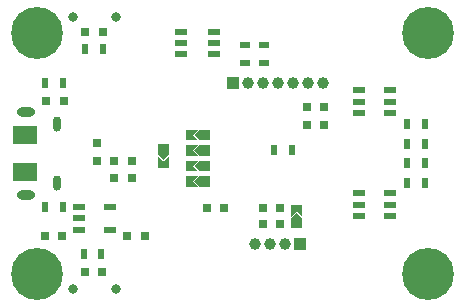
<source format=gbs>
G04 #@! TF.GenerationSoftware,KiCad,Pcbnew,(5.1.10)-1*
G04 #@! TF.CreationDate,2021-11-16T23:48:59-08:00*
G04 #@! TF.ProjectId,DigitalFadingLED,44696769-7461-46c4-9661-64696e674c45,rev?*
G04 #@! TF.SameCoordinates,Original*
G04 #@! TF.FileFunction,Soldermask,Bot*
G04 #@! TF.FilePolarity,Negative*
%FSLAX46Y46*%
G04 Gerber Fmt 4.6, Leading zero omitted, Abs format (unit mm)*
G04 Created by KiCad (PCBNEW (5.1.10)-1) date 2021-11-16 23:48:59*
%MOMM*%
%LPD*%
G01*
G04 APERTURE LIST*
%ADD10C,1.000000*%
%ADD11R,1.000000X1.000000*%
%ADD12C,0.100000*%
%ADD13C,0.800000*%
%ADD14C,4.399999*%
%ADD15R,0.800000X0.750000*%
%ADD16R,0.750000X0.800000*%
%ADD17R,2.030000X1.650000*%
%ADD18R,0.500000X0.900000*%
%ADD19O,1.550000X0.775000*%
%ADD20O,0.650000X1.300000*%
%ADD21R,1.000000X0.600000*%
%ADD22R,1.100000X0.600000*%
%ADD23R,0.900000X0.500000*%
G04 APERTURE END LIST*
D10*
X71793100Y-60358020D03*
X73063100Y-60358020D03*
X74333100Y-60358020D03*
D11*
X75603100Y-60358020D03*
D12*
G36*
X75773700Y-57076400D02*
G01*
X75773700Y-58076400D01*
X75323700Y-57626400D01*
X74873700Y-58076400D01*
X74873700Y-57076400D01*
X75773700Y-57076400D01*
G37*
G36*
X75323700Y-57776400D02*
G01*
X75773700Y-58226400D01*
X75773700Y-59076400D01*
X74873700Y-59076400D01*
X74873700Y-58226400D01*
X75323700Y-57776400D01*
G37*
G36*
X65967800Y-50718300D02*
G01*
X66967800Y-50718300D01*
X66517800Y-51168300D01*
X66967800Y-51618300D01*
X65967800Y-51618300D01*
X65967800Y-50718300D01*
G37*
G36*
X66667800Y-51168300D02*
G01*
X67117800Y-50718300D01*
X67967800Y-50718300D01*
X67967800Y-51618300D01*
X67117800Y-51618300D01*
X66667800Y-51168300D01*
G37*
G36*
X65966400Y-54629900D02*
G01*
X66966400Y-54629900D01*
X66516400Y-55079900D01*
X66966400Y-55529900D01*
X65966400Y-55529900D01*
X65966400Y-54629900D01*
G37*
G36*
X66666400Y-55079900D02*
G01*
X67116400Y-54629900D01*
X67966400Y-54629900D01*
X67966400Y-55529900D01*
X67116400Y-55529900D01*
X66666400Y-55079900D01*
G37*
G36*
X63608800Y-53959700D02*
G01*
X63608800Y-52959700D01*
X64058800Y-53409700D01*
X64508800Y-52959700D01*
X64508800Y-53959700D01*
X63608800Y-53959700D01*
G37*
G36*
X64058800Y-53259700D02*
G01*
X63608800Y-52809700D01*
X63608800Y-51959700D01*
X64508800Y-51959700D01*
X64508800Y-52809700D01*
X64058800Y-53259700D01*
G37*
G36*
X65966400Y-52013700D02*
G01*
X66966400Y-52013700D01*
X66516400Y-52463700D01*
X66966400Y-52913700D01*
X65966400Y-52913700D01*
X65966400Y-52013700D01*
G37*
G36*
X66666400Y-52463700D02*
G01*
X67116400Y-52013700D01*
X67966400Y-52013700D01*
X67966400Y-52913700D01*
X67116400Y-52913700D01*
X66666400Y-52463700D01*
G37*
G36*
X65966400Y-53334500D02*
G01*
X66966400Y-53334500D01*
X66516400Y-53784500D01*
X66966400Y-54234500D01*
X65966400Y-54234500D01*
X65966400Y-53334500D01*
G37*
G36*
X66666400Y-53784500D02*
G01*
X67116400Y-53334500D01*
X67966400Y-53334500D01*
X67966400Y-54234500D01*
X67116400Y-54234500D01*
X66666400Y-53784500D01*
G37*
D13*
X60037100Y-41182300D03*
X56377100Y-41182300D03*
X56374100Y-64227700D03*
X60034100Y-64227700D03*
D14*
X86448900Y-42506900D03*
X86448900Y-62903100D03*
X53340000Y-62903100D03*
X53340000Y-42506900D03*
D15*
X61342400Y-53378100D03*
X59842400Y-53378100D03*
X59841700Y-54762400D03*
X61341700Y-54762400D03*
X55627400Y-48247300D03*
X54127400Y-48247300D03*
X60960000Y-59728100D03*
X62460000Y-59728100D03*
X58891300Y-42418000D03*
X57391300Y-42418000D03*
D16*
X77597000Y-50318800D03*
X77597000Y-48818800D03*
X76225400Y-50318100D03*
X76225400Y-48818100D03*
D15*
X69202300Y-57365900D03*
X67702300Y-57365900D03*
X73926700Y-58699400D03*
X72426700Y-58699400D03*
X72428100Y-57302400D03*
X73928100Y-57302400D03*
X57377900Y-62750700D03*
X58877900Y-62750700D03*
D16*
X58432700Y-53366800D03*
X58432700Y-51866800D03*
D17*
X52324000Y-51137700D03*
X52324000Y-54297700D03*
D18*
X54024400Y-57251600D03*
X55524400Y-57251600D03*
D19*
X52362100Y-56205000D03*
X52362100Y-49205000D03*
D20*
X55062100Y-55205000D03*
X55062100Y-50205000D03*
D18*
X84658200Y-53555900D03*
X86158200Y-53555900D03*
X86158200Y-51904900D03*
X84658200Y-51904900D03*
X86157500Y-50253900D03*
X84657500Y-50253900D03*
X58928000Y-43891200D03*
X57428000Y-43891200D03*
X73393300Y-52412900D03*
X74893300Y-52412900D03*
X58789000Y-61277500D03*
X57289000Y-61277500D03*
X84658200Y-55219600D03*
X86158200Y-55219600D03*
D21*
X56908700Y-58214300D03*
X56908700Y-57264300D03*
X56908700Y-59164300D03*
X59508700Y-59164300D03*
X59508700Y-57264300D03*
X80632300Y-49288700D03*
X80632300Y-48338700D03*
X80632300Y-47388700D03*
X83232300Y-47388700D03*
X83232300Y-48338700D03*
X83232300Y-49288700D03*
X80632300Y-58000900D03*
X83232300Y-58000900D03*
X80632300Y-57050900D03*
X80632300Y-56100900D03*
X83232300Y-57050900D03*
X83232300Y-56100900D03*
D22*
X65532000Y-44335700D03*
X65532000Y-43385700D03*
X68332000Y-42435700D03*
X65532000Y-42435700D03*
X68332000Y-43385700D03*
X68332000Y-44335700D03*
D18*
X54000400Y-46774100D03*
X55500400Y-46774100D03*
D15*
X55486300Y-59728100D03*
X53986300Y-59728100D03*
D11*
X69888100Y-46736000D03*
D10*
X71158100Y-46736000D03*
X72428100Y-46736000D03*
X73698100Y-46736000D03*
X74968100Y-46736000D03*
X76238100Y-46736000D03*
X77508100Y-46736000D03*
D23*
X70967600Y-43546900D03*
X70967600Y-45046900D03*
X72529700Y-45035600D03*
X72529700Y-43535600D03*
M02*

</source>
